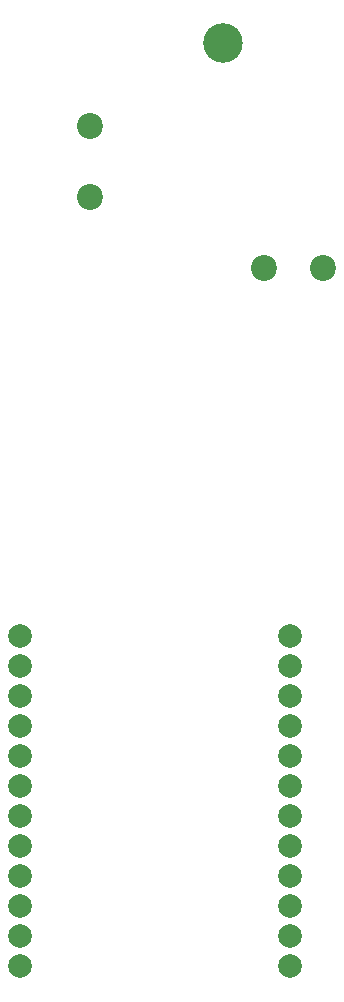
<source format=gbr>
%TF.GenerationSoftware,KiCad,Pcbnew,8.0.7*%
%TF.CreationDate,2024-12-30T07:44:03-08:00*%
%TF.ProjectId,motion-play-v3,6d6f7469-6f6e-42d7-906c-61792d76332e,rev?*%
%TF.SameCoordinates,Original*%
%TF.FileFunction,Soldermask,Bot*%
%TF.FilePolarity,Negative*%
%FSLAX46Y46*%
G04 Gerber Fmt 4.6, Leading zero omitted, Abs format (unit mm)*
G04 Created by KiCad (PCBNEW 8.0.7) date 2024-12-30 07:44:03*
%MOMM*%
%LPD*%
G01*
G04 APERTURE LIST*
%ADD10C,2.200000*%
%ADD11C,3.351600*%
%ADD12C,2.000000*%
G04 APERTURE END LIST*
D10*
%TO.C,J2*%
X147747500Y-68887500D03*
X147747500Y-74887500D03*
X162497500Y-80887500D03*
X167497500Y-80887500D03*
D11*
X158997500Y-61887500D03*
%TD*%
D12*
%TO.C,U2*%
X164700000Y-112100000D03*
X164700000Y-114640000D03*
X164700000Y-117180000D03*
X164700000Y-119720000D03*
X164700000Y-122260000D03*
X164700000Y-124800000D03*
X164700000Y-127340000D03*
X164700000Y-129880000D03*
X164700000Y-132420000D03*
X164700000Y-134960000D03*
X164700000Y-137500000D03*
X164700000Y-140040000D03*
X141838136Y-112100000D03*
X141838136Y-114640000D03*
X141838136Y-117180000D03*
X141838136Y-119720000D03*
X141838136Y-122260000D03*
X141838136Y-124800000D03*
X141838136Y-127340000D03*
X141838136Y-129880000D03*
X141838136Y-132420000D03*
X141838136Y-134960000D03*
X141838136Y-137500000D03*
X141838136Y-140040000D03*
%TD*%
M02*

</source>
